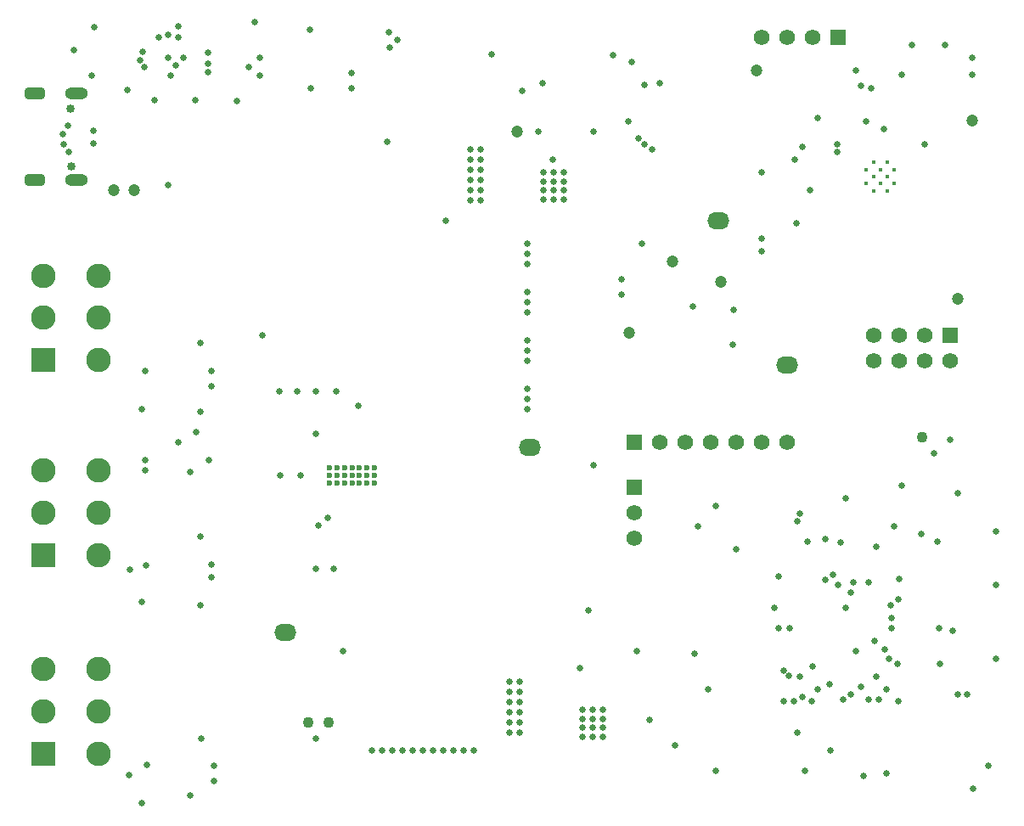
<source format=gbr>
%TF.GenerationSoftware,Altium Limited,Altium Designer,24.4.1 (13)*%
G04 Layer_Color=16711935*
%FSLAX45Y45*%
%MOMM*%
%TF.SameCoordinates,7BA59CB3-8EBC-4C6A-B4C6-80429C3BB8AE*%
%TF.FilePolarity,Negative*%
%TF.FileFunction,Soldermask,Bot*%
%TF.Part,Single*%
G01*
G75*
%TA.AperFunction,ComponentPad*%
%ADD85C,0.40000*%
%TA.AperFunction,ViaPad*%
%ADD92C,0.60000*%
%TA.AperFunction,ComponentPad*%
%ADD146C,0.85320*%
%ADD147O,2.30320X1.20320*%
G04:AMPARAMS|DCode=148|XSize=2.0032mm|YSize=1.2032mm|CornerRadius=0.3516mm|HoleSize=0mm|Usage=FLASHONLY|Rotation=0.000|XOffset=0mm|YOffset=0mm|HoleType=Round|Shape=RoundedRectangle|*
%AMROUNDEDRECTD148*
21,1,2.00320,0.50000,0,0,0.0*
21,1,1.30000,1.20320,0,0,0.0*
1,1,0.70320,0.65000,-0.25000*
1,1,0.70320,-0.65000,-0.25000*
1,1,0.70320,-0.65000,0.25000*
1,1,0.70320,0.65000,0.25000*
%
%ADD148ROUNDEDRECTD148*%
%ADD149R,1.57320X1.57320*%
%ADD150C,1.57320*%
%TA.AperFunction,ViaPad*%
%ADD151O,2.20320X1.72720*%
%TA.AperFunction,ComponentPad*%
%ADD152R,1.57320X1.57320*%
%ADD153R,2.45240X2.45240*%
%ADD154C,2.45240*%
%TA.AperFunction,ViaPad*%
%ADD155C,0.65320*%
%ADD156C,1.20320*%
%ADD157C,1.10320*%
D85*
X11309800Y9321800D02*
D03*
X11099800Y9111800D02*
D03*
Y9251800D02*
D03*
X11239800Y9111800D02*
D03*
Y9251800D02*
D03*
X11379800Y9111800D02*
D03*
Y9251800D02*
D03*
X11169800Y9041800D02*
D03*
Y9181800D02*
D03*
Y9321800D02*
D03*
X11309800Y9041800D02*
D03*
Y9181800D02*
D03*
D92*
X5745600Y6129100D02*
D03*
X5820600D02*
D03*
X5895600D02*
D03*
X5970600D02*
D03*
X6045600D02*
D03*
X6120600D02*
D03*
X6195600D02*
D03*
X5745600Y6279100D02*
D03*
X5820600D02*
D03*
X5895600D02*
D03*
X5970600D02*
D03*
X6045600D02*
D03*
X6120600D02*
D03*
X6195600D02*
D03*
X5745600Y6204100D02*
D03*
X5820600D02*
D03*
X5895600D02*
D03*
X5970600D02*
D03*
X6045600D02*
D03*
X6120600D02*
D03*
X6195600D02*
D03*
D146*
X3161480Y9862220D02*
D03*
X3174700Y9286800D02*
D03*
D147*
X3224700Y9143800D02*
D03*
Y10007800D02*
D03*
D148*
X2806700Y9143800D02*
D03*
Y10007800D02*
D03*
D149*
X8788400Y6527800D02*
D03*
X10820400Y10566400D02*
D03*
X11938000Y7594600D02*
D03*
D150*
X9042400Y6527800D02*
D03*
X9296400D02*
D03*
X9550400D02*
D03*
X9804400D02*
D03*
X10058400D02*
D03*
X10312400D02*
D03*
X8788400Y5829300D02*
D03*
Y5575300D02*
D03*
X10566400Y10566400D02*
D03*
X10312400D02*
D03*
X10058400D02*
D03*
X11938000Y7340600D02*
D03*
X11684000Y7594600D02*
D03*
Y7340600D02*
D03*
X11430000Y7594600D02*
D03*
Y7340600D02*
D03*
X11176000Y7594600D02*
D03*
Y7340600D02*
D03*
D151*
X9626600Y8737600D02*
D03*
X10312400Y7302500D02*
D03*
X5308600Y4635500D02*
D03*
X7747000Y6477000D02*
D03*
D152*
X8788400Y6083300D02*
D03*
D153*
X2895600Y7352400D02*
D03*
Y5408400D02*
D03*
Y3427200D02*
D03*
D154*
Y7772400D02*
D03*
Y8192400D02*
D03*
X3445600Y7352400D02*
D03*
Y7772400D02*
D03*
Y8192400D02*
D03*
X2895600Y5828400D02*
D03*
Y6248400D02*
D03*
X3445600Y5408400D02*
D03*
Y5828400D02*
D03*
Y6248400D02*
D03*
X2895600Y3847200D02*
D03*
Y4267200D02*
D03*
X3445600Y3427200D02*
D03*
Y3847200D02*
D03*
Y4267200D02*
D03*
D155*
X12014200Y4013200D02*
D03*
X12103100D02*
D03*
X10563284Y4295716D02*
D03*
X11807884Y5540316D02*
D03*
X11430000Y5168900D02*
D03*
X11341100Y4902200D02*
D03*
X11417300Y4965700D02*
D03*
X10414000Y5740400D02*
D03*
X10515600Y5537200D02*
D03*
X10807700Y9499600D02*
D03*
Y9429200D02*
D03*
X3086100Y9601200D02*
D03*
X3098800Y9499600D02*
D03*
X10388600Y9347200D02*
D03*
X10464800Y9474200D02*
D03*
X10617200Y9765716D02*
D03*
X3390900Y9512300D02*
D03*
Y9639300D02*
D03*
X7721600Y7442200D02*
D03*
Y7543800D02*
D03*
Y7340600D02*
D03*
Y7924800D02*
D03*
Y8026400D02*
D03*
Y8407400D02*
D03*
Y7823200D02*
D03*
Y8305800D02*
D03*
Y8509000D02*
D03*
X3136900Y9690100D02*
D03*
X3149600Y9423400D02*
D03*
X8864600Y8509000D02*
D03*
X5608320Y3573780D02*
D03*
X9601200Y3251200D02*
D03*
X9194800Y3505200D02*
D03*
X7188200Y3454400D02*
D03*
X6883400D02*
D03*
X6781800D02*
D03*
X6578600D02*
D03*
X6273800D02*
D03*
X6985000D02*
D03*
X6375400D02*
D03*
X7086600D02*
D03*
X6680200D02*
D03*
X6477000D02*
D03*
X6172200D02*
D03*
X9387840Y4424680D02*
D03*
X9779000Y7848600D02*
D03*
X11455400Y10198100D02*
D03*
X11938000Y6553200D02*
D03*
X4165600Y10185400D02*
D03*
X4292600Y10363200D02*
D03*
X4140200D02*
D03*
X4216400Y10287000D02*
D03*
X4003040Y9941560D02*
D03*
X5054600Y10185400D02*
D03*
X4826000Y9931400D02*
D03*
X5054600Y10363200D02*
D03*
X5003800Y10718800D02*
D03*
X3403600Y10668000D02*
D03*
X3200400Y10439400D02*
D03*
X3378200Y10185400D02*
D03*
X10820400Y5105400D02*
D03*
X10972800Y5130800D02*
D03*
X9525000Y4064000D02*
D03*
X11201400Y4191000D02*
D03*
X11303000Y4064000D02*
D03*
X10998200Y4445000D02*
D03*
X10896600Y4876800D02*
D03*
X10337800Y4673600D02*
D03*
X9804400Y5461000D02*
D03*
X9423400Y5689600D02*
D03*
X11455400Y6096000D02*
D03*
X12014200Y6019800D02*
D03*
X11303000Y3225800D02*
D03*
X12395200Y5638800D02*
D03*
Y5105400D02*
D03*
Y4368800D02*
D03*
X12319000Y3302000D02*
D03*
X12166600Y3073400D02*
D03*
X10744200Y3454400D02*
D03*
X11074400Y3200400D02*
D03*
X10490200Y3251200D02*
D03*
X8813800Y4445000D02*
D03*
X8940800Y3759200D02*
D03*
X8331200Y4851400D02*
D03*
X8382000Y6299200D02*
D03*
X11836400Y4318000D02*
D03*
X10998200Y10236200D02*
D03*
X8763000Y10325100D02*
D03*
X8572500Y10388600D02*
D03*
X12153900Y10198100D02*
D03*
Y10363200D02*
D03*
X9372600Y7886700D02*
D03*
X9766300Y7505700D02*
D03*
X8661400Y8001000D02*
D03*
Y8153400D02*
D03*
X11887200Y10490200D02*
D03*
X11557000D02*
D03*
X7670800Y10033000D02*
D03*
X11049000Y10083800D02*
D03*
X11150600Y10058400D02*
D03*
X10693400Y5562600D02*
D03*
X10414000Y3632200D02*
D03*
X10185400Y4876800D02*
D03*
X10439400Y5816600D02*
D03*
X7721600Y6858000D02*
D03*
X11277600Y9652000D02*
D03*
X11099800Y9728200D02*
D03*
X11684000Y9499600D02*
D03*
X10439400Y4191000D02*
D03*
X11201400Y5486400D02*
D03*
X10541000Y9042400D02*
D03*
X10947400Y5029200D02*
D03*
X11125200Y5130800D02*
D03*
X10693400Y5156200D02*
D03*
X10769600Y5207000D02*
D03*
X9601200Y5892800D02*
D03*
X10378440Y3952240D02*
D03*
X10058400Y9220200D02*
D03*
X7975600Y9347200D02*
D03*
X11645900Y5613400D02*
D03*
X11770360Y6418580D02*
D03*
X11177123Y4546600D02*
D03*
X11379200Y5689600D02*
D03*
X9042400Y10109200D02*
D03*
X8966200Y9448800D02*
D03*
X11226800Y3962400D02*
D03*
X11823700Y4673600D02*
D03*
X11963400Y4648200D02*
D03*
X11353800Y4673600D02*
D03*
Y4775200D02*
D03*
X10058400Y8559800D02*
D03*
Y8432800D02*
D03*
X3911600Y6350000D02*
D03*
Y6248400D02*
D03*
X8724900Y9728200D02*
D03*
X5080000Y7594600D02*
D03*
X4356100Y6235700D02*
D03*
X8890000Y10096500D02*
D03*
X8826500Y9563100D02*
D03*
X8890000Y9499600D02*
D03*
X8382000Y9626600D02*
D03*
X6032500Y6896100D02*
D03*
X7874000Y10109200D02*
D03*
X7366000Y10401300D02*
D03*
X7831753Y9626247D02*
D03*
X7880013Y9130947D02*
D03*
X8083213Y9219847D02*
D03*
X7981613D02*
D03*
X7880013D02*
D03*
X7981613Y9130947D02*
D03*
X8083213D02*
D03*
Y9042047D02*
D03*
X7981613D02*
D03*
X7880013D02*
D03*
Y8953147D02*
D03*
X7981613D02*
D03*
X8083213D02*
D03*
X8470900Y3594100D02*
D03*
X8369300D02*
D03*
X8267700D02*
D03*
Y3683000D02*
D03*
X8369300D02*
D03*
X8470900D02*
D03*
Y3771900D02*
D03*
X8369300D02*
D03*
X8267700Y3860800D02*
D03*
X8369300D02*
D03*
X8470900D02*
D03*
X8267700Y3771900D02*
D03*
X8242300Y4279900D02*
D03*
X7255173Y9245247D02*
D03*
Y9143647D02*
D03*
Y9042047D02*
D03*
Y8940447D02*
D03*
X7153573D02*
D03*
Y9042047D02*
D03*
Y9143647D02*
D03*
Y9245247D02*
D03*
Y9346847D02*
D03*
X7255173D02*
D03*
Y9448447D02*
D03*
X7153573D02*
D03*
X7721600Y7061200D02*
D03*
Y6959600D02*
D03*
X5422900Y7035800D02*
D03*
X5245100D02*
D03*
X5816600D02*
D03*
X5613400D02*
D03*
X7538720Y4140200D02*
D03*
X7640320D02*
D03*
Y4038600D02*
D03*
X7538720D02*
D03*
Y3937000D02*
D03*
Y3835400D02*
D03*
Y3733800D02*
D03*
Y3632200D02*
D03*
X7640320D02*
D03*
Y3733800D02*
D03*
Y3835400D02*
D03*
Y3937000D02*
D03*
X5880100Y4445000D02*
D03*
X5461000Y6197600D02*
D03*
X5257800D02*
D03*
X10401300Y8712200D02*
D03*
X5549900Y10642600D02*
D03*
X3733800Y10045700D02*
D03*
X4241800Y10680700D02*
D03*
X4940300Y10274300D02*
D03*
X4406900Y9944100D02*
D03*
X4538404Y10226616D02*
D03*
X4533900Y10421620D02*
D03*
X6908800Y8737600D02*
D03*
X6324600Y9525000D02*
D03*
X6337300Y10619300D02*
D03*
X6426200Y10541000D02*
D03*
X6350000Y10464800D02*
D03*
X5969000Y10210800D02*
D03*
Y10058400D02*
D03*
X5562600D02*
D03*
X4419600Y6629400D02*
D03*
X4235429Y6530446D02*
D03*
X4546600Y6350000D02*
D03*
X3873500Y2933700D02*
D03*
X4572000Y7086600D02*
D03*
Y7239000D02*
D03*
Y5181600D02*
D03*
Y5308600D02*
D03*
X4597400Y3302000D02*
D03*
Y3149600D02*
D03*
X3759200Y5257800D02*
D03*
X3746500Y3213100D02*
D03*
X10223500Y5194300D02*
D03*
X10871200Y3962400D02*
D03*
X10947400Y4013200D02*
D03*
X11049000Y4089400D02*
D03*
X11125200Y3962400D02*
D03*
X10553700Y3949700D02*
D03*
X10617200Y4064000D02*
D03*
X10728960Y4122420D02*
D03*
X10274300Y3949700D02*
D03*
X10462260Y3995420D02*
D03*
X4467860Y3573780D02*
D03*
X11409680Y4320540D02*
D03*
X11325860Y4373880D02*
D03*
X11285220Y4462780D02*
D03*
X3924300Y3314700D02*
D03*
X10840720Y5532120D02*
D03*
X10896600Y5969000D02*
D03*
X10223500Y4673600D02*
D03*
X11417300Y3949700D02*
D03*
X10325100Y4203700D02*
D03*
X10274300Y4254500D02*
D03*
X5638800Y5702300D02*
D03*
X5727700Y5778500D02*
D03*
X5613400Y5270500D02*
D03*
X5791200D02*
D03*
X5613400Y6616700D02*
D03*
X4140200Y10591800D02*
D03*
X4043680Y10574020D02*
D03*
X3886200Y10426700D02*
D03*
X3898900Y10274300D02*
D03*
X3860800Y10337800D02*
D03*
X4241800Y10566400D02*
D03*
X4533900Y10304780D02*
D03*
X4140200Y9093200D02*
D03*
X3906520Y7244080D02*
D03*
X3873500Y6858000D02*
D03*
X4457700Y7518400D02*
D03*
Y6832600D02*
D03*
X3873500Y4940300D02*
D03*
X3914140Y5303520D02*
D03*
X4457700Y4902200D02*
D03*
Y5588000D02*
D03*
X4356100Y3009900D02*
D03*
D156*
X3594100Y9042400D02*
D03*
X3797300D02*
D03*
X12014200Y7962900D02*
D03*
X12153900Y9740900D02*
D03*
X9652000Y8128000D02*
D03*
X8737600Y7620000D02*
D03*
X9169400Y8331200D02*
D03*
X7620000Y9626600D02*
D03*
X10007600Y10236200D02*
D03*
D157*
X5740400Y3733800D02*
D03*
X5537200D02*
D03*
X11658600Y6578600D02*
D03*
%TF.MD5,72fde3974d799ca27cd5f0adc9e85411*%
M02*

</source>
